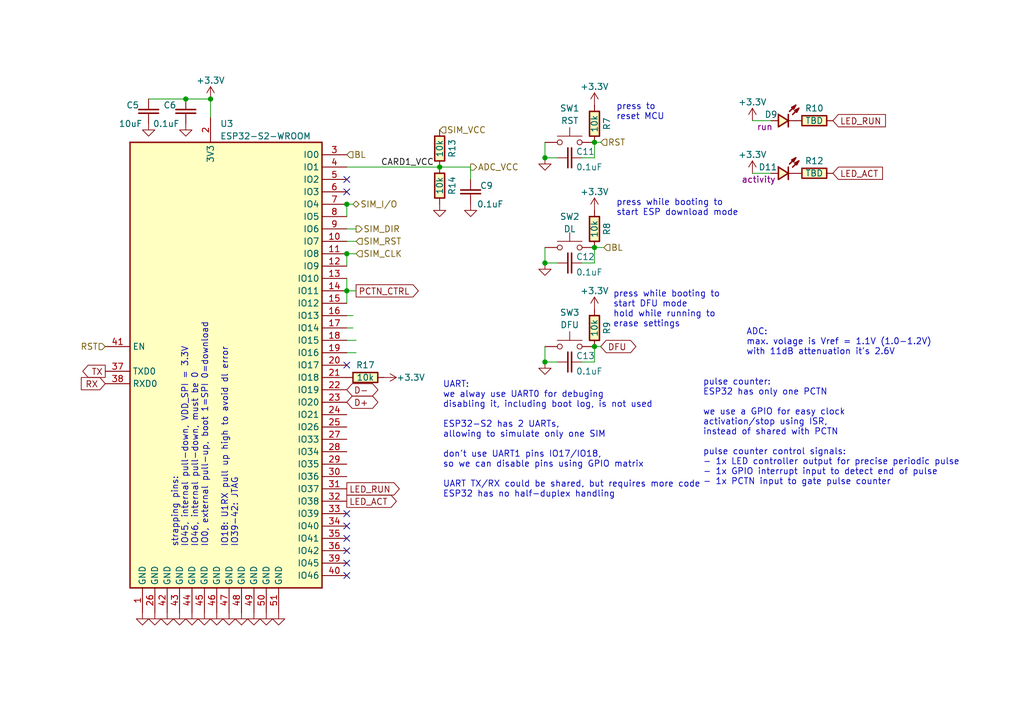
<source format=kicad_sch>
(kicad_sch (version 20230121) (generator eeschema)
  (paper "A5")
  (title_block (title "rSIM") (date "$date$") (rev "$version$.$revision$") (company "CuVoodoo") (comment 1 "King Kévin") (comment 2 "CERN-OHL-S") (comment 3 "ESP32-S2"))
  (lib_symbols
    (symbol "Switch:SW_Push" (pin_numbers hide) (pin_names (offset 1.016) hide)
      (property "Reference" "SW" (at 1.27 2.54 0))
      (property "Value" "SW_Push" (at 0 -1.524 0))
      (symbol "SW_Push_0_1"
        (circle (center -2.032 0) (radius 0.508))
        (polyline (pts (xy 0 1.27) (xy 0 3.048)))
        (polyline (pts (xy 2.54 1.27) (xy -2.54 1.27)))
        (circle (center 2.032 0) (radius 0.508))
        (pin passive line (at -5.08 0 0) (length 2.54) (name "1") (number "1"))
        (pin passive line (at 5.08 0 180) (length 2.54) (name "2") (number "2"))
      )
    )
    (symbol "partdb:LED/LED0805" (pin_numbers hide) (pin_names hide)
      (property "Reference" "D" (at 0 2.032 0))
      (property "Value" "LED0805" (at 0 -2.032 0))
      (symbol "LED/LED0805_1_1"
        (polyline (pts (xy 1.016 1.27) (xy 1.016 -1.27)) (stroke (width 0.305)))
        (polyline (pts (xy 1.27 1.905) (xy 2.54 3.175)) (stroke (width 0.305)))
        (polyline (pts (xy 1.905 1.27) (xy 3.175 2.54)) (stroke (width 0.305)))
        (polyline (pts (xy -1.016 1.27) (xy 1.016 0) (xy -1.016 -1.27) (xy -1.016 1.27)) (stroke (width 0.305)) (fill (type background)))
        (polyline (pts (xy 1.725 2.72) (xy 2.54 3.175) (xy 2.085 2.36) (xy 1.725 2.72)) (stroke (width 0.305)) (fill (type outline)))
        (polyline (pts (xy 2.36 2.085) (xy 3.175 2.54) (xy 2.72 1.725) (xy 2.36 2.085)) (stroke (width 0.305)) (fill (type outline)))
        (pin passive line (at 2.54 0 180) (length 1.524) (name "C") (number "1"))
        (pin passive line (at -2.54 0 0) (length 1.524) (name "A") (number "2"))
      )
    )
    (symbol "partdb:MCU/ESP32-S2-WROOM"
      (property "Reference" "U" (at 0 0.762 0))
      (property "Value" "ESP32-S2-WROOM" (at 31.242 -92.202 0))
      (symbol "MCU/ESP32-S2-WROOM_1_1"
        (rectangle (start 0 0) (end 39.37 -91.44) (stroke (width 0.305)) (fill (type background)))
        (pin power_in line (at 2.54 -96.52 90) (length 5.08) (name "GND") (number "1"))
        (pin bidirectional line (at 44.45 -20.32 180) (length 5.08) (name "IO7") (number "10"))
        (pin bidirectional line (at 44.45 -22.86 180) (length 5.08) (name "IO8") (number "11"))
        (pin bidirectional line (at 44.45 -25.4 180) (length 5.08) (name "IO9") (number "12"))
        (pin bidirectional line (at 44.45 -27.94 180) (length 5.08) (name "IO10") (number "13"))
        (pin bidirectional line (at 44.45 -30.48 180) (length 5.08) (name "IO11") (number "14"))
        (pin bidirectional line (at 44.45 -33.02 180) (length 5.08) (name "IO12") (number "15"))
        (pin bidirectional line (at 44.45 -35.56 180) (length 5.08) (name "IO13") (number "16"))
        (pin bidirectional line (at 44.45 -38.1 180) (length 5.08) (name "IO14") (number "17"))
        (pin bidirectional line (at 44.45 -40.64 180) (length 5.08) (name "IO15") (number "18"))
        (pin bidirectional line (at 44.45 -43.18 180) (length 5.08) (name "IO16") (number "19"))
        (pin power_in line (at 16.51 5.08 270) (length 5.08) (name "3V3") (number "2"))
        (pin bidirectional line (at 44.45 -45.72 180) (length 5.08) (name "IO17") (number "20"))
        (pin bidirectional line (at 44.45 -48.26 180) (length 5.08) (name "IO18") (number "21"))
        (pin bidirectional line (at 44.45 -50.8 180) (length 5.08) (name "IO19") (number "22"))
        (pin bidirectional line (at 44.45 -53.34 180) (length 5.08) (name "IO20") (number "23"))
        (pin bidirectional line (at 44.45 -55.88 180) (length 5.08) (name "IO21") (number "24"))
        (pin bidirectional line (at 44.45 -58.42 180) (length 5.08) (name "IO26") (number "25"))
        (pin power_in line (at 5.08 -96.52 90) (length 5.08) (name "GND") (number "26"))
        (pin bidirectional line (at 44.45 -60.96 180) (length 5.08) (name "IO33") (number "27"))
        (pin bidirectional line (at 44.45 -63.5 180) (length 5.08) (name "IO34") (number "28"))
        (pin bidirectional line (at 44.45 -66.04 180) (length 5.08) (name "IO35") (number "29"))
        (pin bidirectional line (at 44.45 -2.54 180) (length 5.08) (name "IO0") (number "3"))
        (pin bidirectional line (at 44.45 -68.58 180) (length 5.08) (name "IO36") (number "30"))
        (pin bidirectional line (at 44.45 -71.12 180) (length 5.08) (name "IO37") (number "31"))
        (pin bidirectional line (at 44.45 -73.66 180) (length 5.08) (name "IO38") (number "32"))
        (pin bidirectional line (at 44.45 -76.2 180) (length 5.08) (name "IO39") (number "33"))
        (pin bidirectional line (at 44.45 -78.74 180) (length 5.08) (name "IO40") (number "34"))
        (pin bidirectional line (at 44.45 -81.28 180) (length 5.08) (name "IO41") (number "35"))
        (pin bidirectional line (at 44.45 -83.82 180) (length 5.08) (name "IO42") (number "36"))
        (pin bidirectional line (at -5.08 -46.99 0) (length 5.08) (name "TXD0") (number "37"))
        (pin bidirectional line (at -5.08 -49.53 0) (length 5.08) (name "RXD0") (number "38"))
        (pin bidirectional line (at 44.45 -86.36 180) (length 5.08) (name "IO45") (number "39"))
        (pin bidirectional line (at 44.45 -5.08 180) (length 5.08) (name "IO1") (number "4"))
        (pin input line (at 44.45 -88.9 180) (length 5.08) (name "IO46") (number "40"))
        (pin input line (at -5.08 -41.91 0) (length 5.08) (name "EN") (number "41"))
        (pin power_in line (at 7.62 -96.52 90) (length 5.08) (name "GND") (number "42"))
        (pin power_in line (at 10.16 -96.52 90) (length 5.08) (name "GND") (number "43"))
        (pin power_in line (at 12.7 -96.52 90) (length 5.08) (name "GND") (number "44"))
        (pin power_in line (at 15.24 -96.52 90) (length 5.08) (name "GND") (number "45"))
        (pin power_in line (at 17.78 -96.52 90) (length 5.08) (name "GND") (number "46"))
        (pin power_in line (at 20.32 -96.52 90) (length 5.08) (name "GND") (number "47"))
        (pin power_in line (at 22.86 -96.52 90) (length 5.08) (name "GND") (number "48"))
        (pin power_in line (at 25.4 -96.52 90) (length 5.08) (name "GND") (number "49"))
        (pin bidirectional line (at 44.45 -7.62 180) (length 5.08) (name "IO2") (number "5"))
        (pin power_in line (at 27.94 -96.52 90) (length 5.08) (name "GND") (number "50"))
        (pin power_in line (at 30.48 -96.52 90) (length 5.08) (name "GND") (number "51"))
        (pin bidirectional line (at 44.45 -10.16 180) (length 5.08) (name "IO3") (number "6"))
        (pin bidirectional line (at 44.45 -12.7 180) (length 5.08) (name "IO4") (number "7"))
        (pin bidirectional line (at 44.45 -15.24 180) (length 5.08) (name "IO5") (number "8"))
        (pin bidirectional line (at 44.45 -17.78 180) (length 5.08) (name "IO6") (number "9"))
      )
    )
    (symbol "partdb:capacitor/C0603 0.1uF 16V" (pin_numbers hide) (pin_names hide)
      (property "Reference" "C" (at 0 2.794 0))
      (property "Value" "C0603" (at 0 -2.794 0))
      (symbol "capacitor/C0603 0.1uF 16V_1_1"
        (polyline (pts (xy -0.381 2.032) (xy -0.381 -2.032)) (stroke (width 0.305)))
        (polyline (pts (xy 0.381 2.032) (xy 0.381 -2.032)) (stroke (width 0.305)))
        (pin passive line (at -2.54 0 0) (length 2.159) (name "L") (number "1"))
        (pin passive line (at 2.54 0 180) (length 2.159) (name "R") (number "2"))
      )
    )
    (symbol "partdb:capacitor/C0603 10uF" (pin_numbers hide) (pin_names hide)
      (property "Reference" "C" (at 0 2.794 0))
      (property "Value" "C0603" (at 0 -2.794 0))
      (symbol "capacitor/C0603 10uF_1_1"
        (polyline (pts (xy -0.381 2.032) (xy -0.381 -2.032)) (stroke (width 0.305)))
        (polyline (pts (xy 0.381 2.032) (xy 0.381 -2.032)) (stroke (width 0.305)))
        (pin passive line (at -2.54 0 0) (length 2.159) (name "L") (number "1"))
        (pin passive line (at 2.54 0 180) (length 2.159) (name "R") (number "2"))
      )
    )
    (symbol "partdb:resistor/R0603 10K" (pin_numbers hide) (pin_names hide)
      (property "Reference" "R" (at 0 1.778 0))
      (property "Value" "R0603" (at 0 -1.778 0))
      (symbol "resistor/R0603 10K_1_1"
        (rectangle (start -2.54 1.016) (end 2.54 -1.016) (stroke (width 0.305)) (fill (type background)))
        (pin passive line (at -3.81 0 0) (length 1.27) (name "L") (number "1"))
        (pin passive line (at 3.81 0 180) (length 1.27) (name "R") (number "2"))
      )
    )
    (symbol "partdb:resistor/R0603 1K" (pin_numbers hide) (pin_names hide)
      (property "Reference" "R" (at 0 1.778 0))
      (property "Value" "R0603" (at 0 -1.778 0))
      (symbol "resistor/R0603 1K_1_1"
        (rectangle (start -2.54 1.016) (end 2.54 -1.016) (stroke (width 0.305)) (fill (type background)))
        (pin passive line (at -3.81 0 0) (length 1.27) (name "L") (number "1"))
        (pin passive line (at 3.81 0 180) (length 1.27) (name "R") (number "2"))
      )
    )
    (symbol "power:+3.3V" (power) (pin_names (offset 0))
      (property "Value" "+3.3V" (at 0 3.556 0))
      (symbol "+3.3V_0_1"
        (polyline (pts (xy -0.762 1.27) (xy 0 2.54)))
        (polyline (pts (xy 0 0) (xy 0 2.54)))
        (polyline (pts (xy 0 2.54) (xy 0.762 1.27)))
      )
      (symbol "+3.3V_1_1"
        (pin power_in line (at 0 0 90) (length 0) hide (name "+3.3V") (number "1"))
      )
    )
    (symbol "power:GND" (power) (pin_names (offset 0))
      (property "Value" "GND" (at 0 -3.81 0))
      (symbol "GND_0_1"
        (polyline (pts (xy 0 0) (xy 0 -1.27) (xy 1.27 -1.27) (xy 0 -2.54) (xy -1.27 -1.27) (xy 0 -1.27)))
      )
      (symbol "GND_1_1"
        (pin power_in line (at 0 0 270) (length 0) hide (name "GND") (number "1"))
      )
    )
  )
  (junction (at 121.92 50.8))
  (junction (at 71.12 41.91))
  (junction (at 43.18 20.32))
  (junction (at 111.76 53.975))
  (junction (at 121.92 29.21))
  (junction (at 71.12 59.69))
  (junction (at 38.1 20.32))
  (junction (at 111.76 74.295))
  (junction (at 111.76 32.385))
  (junction (at 90.17 34.29))
  (junction (at 71.12 52.07))
  (junction (at 121.92 71.12))
  (no_connect (at 71.12 105.41))
  (no_connect (at 71.12 107.95))
  (no_connect (at 71.12 115.57))
  (no_connect (at 71.12 36.83))
  (no_connect (at 71.12 74.93))
  (no_connect (at 71.12 113.03))
  (no_connect (at 71.12 118.11))
  (no_connect (at 71.12 39.37))
  (no_connect (at 71.12 110.49))
  (wire (pts (xy 121.92 71.12) (xy 121.92 74.295)))
  (wire (pts (xy 71.12 59.69) (xy 73.025 59.69)))
  (wire (pts (xy 72.39 67.31) (xy 71.12 67.31)))
  (wire (pts (xy 121.92 71.12) (xy 123.19 71.12)))
  (wire (pts (xy 43.18 20.32) (xy 38.1 20.32)))
  (wire (pts (xy 73.025 52.07) (xy 71.12 52.07)))
  (wire (pts (xy 123.825 50.8) (xy 121.92 50.8)))
  (wire (pts (xy 43.18 24.13) (xy 43.18 20.32)))
  (wire (pts (xy 121.92 74.295) (xy 119.38 74.295)))
  (wire (pts (xy 96.52 36.83) (xy 96.52 34.29)))
  (wire (pts (xy 71.12 41.91) (xy 71.12 44.45)))
  (wire (pts (xy 111.76 53.975) (xy 111.76 50.8)))
  (wire (pts (xy 71.12 52.07) (xy 71.12 54.61)))
  (wire (pts (xy 111.76 53.975) (xy 114.3 53.975)))
  (wire (pts (xy 111.76 74.295) (xy 111.76 71.12)))
  (wire (pts (xy 96.52 34.29) (xy 90.17 34.29)))
  (wire (pts (xy 121.92 50.8) (xy 121.92 53.975)))
  (wire (pts (xy 121.92 53.975) (xy 119.38 53.975)))
  (wire (pts (xy 73.025 46.99) (xy 71.12 46.99)))
  (wire (pts (xy 72.39 41.91) (xy 71.12 41.91)))
  (wire (pts (xy 121.92 29.21) (xy 121.92 32.385)))
  (wire (pts (xy 121.92 32.385) (xy 119.38 32.385)))
  (wire (pts (xy 154.305 35.56) (xy 158.115 35.56)))
  (wire (pts (xy 71.12 34.29) (xy 90.17 34.29)))
  (wire (pts (xy 154.305 24.765) (xy 158.115 24.765)))
  (wire (pts (xy 73.025 69.85) (xy 71.12 69.85)))
  (wire (pts (xy 71.12 59.69) (xy 71.12 62.23)))
  (wire (pts (xy 72.39 64.77) (xy 71.12 64.77)))
  (wire (pts (xy 111.76 32.385) (xy 114.3 32.385)))
  (wire (pts (xy 111.76 74.295) (xy 114.3 74.295)))
  (wire (pts (xy 30.48 20.32) (xy 38.1 20.32)))
  (wire (pts (xy 71.12 57.15) (xy 71.12 59.69)))
  (wire (pts (xy 73.025 49.53) (xy 71.12 49.53)))
  (wire (pts (xy 123.19 29.21) (xy 121.92 29.21)))
  (wire (pts (xy 73.025 72.39) (xy 71.12 72.39)))
  (wire (pts (xy 111.76 32.385) (xy 111.76 29.21)))
  (text "UART:\nwe alway use UART0 for debuging\ndisabling it, including boot log, is not used\n\nESP32-S2 has 2 UARTs,\nallowing to simulate only one SIM\n\ndon't use UART1 pins IO17/IO18,\nso we can disable pins using GPIO matrix\n\nUART TX/RX could be shared, but requires more code\nESP32 has no half-duplex handling" (at 90.805 102.235 0) (effects (font (size 1.27 1.27)) (justify left bottom)))
  (text "strapping pins:\nIO45, internal pull-down, VDD_SPI = 3.3V\nIO46, internal pull-down, must be 0\nIO0, external pull-up, boot 1=SPI 0=download\n\nIO18: U1RX pull up high to avoid dl error\nIO39-42: JTAG" (at 48.895 112.395 90) (effects (font (size 1.27 1.27)) (justify left bottom)))
  (text "press while booting to\nstart ESP download mode" (at 126.365 44.45 0) (effects (font (size 1.27 1.27)) (justify left bottom)))
  (text "pulse counter:\nESP32 has only one PCTN\n\nwe use a GPIO for easy clock\nactivation/stop using ISR,\ninstead of shared with PCTN\n\npulse counter control signals:\n- 1x LED controller output for precise periodic pulse\n- 1x GPIO interrupt input to detect end of pulse\n- 1x PCTN input to gate pulse counter" (at 144.145 99.695 0) (effects (font (size 1.27 1.27)) (justify left bottom)))
  (text "press to\nreset MCU" (at 126.365 24.765 0) (effects (font (size 1.27 1.27)) (justify left bottom)))
  (text "press while booting to\nstart DFU mode\nhold while running to\nerase settings" (at 125.73 67.31 0) (effects (font (size 1.27 1.27)) (justify left bottom)))
  (text "ADC:\nmax. volage is Vref = 1.1V (1.0-1.2V)\nwith 11dB attenuation it's 2.6V" (at 153.035 73.025 0) (effects (font (size 1.27 1.27)) (justify left bottom)))
  (label "CARD1_VCC" (at 78.105 34.29 0))
  (global_label "LED_ACT" (shape input) (at 170.815 35.56 0) (property "Intersheetrefs" "${INTERSHEET_REFS}" (effects hide)))
  (global_label "RX" (shape input) (at 21.59 78.74 180) (property "Intersheetrefs" "${INTERSHEET_REFS}" (effects hide)))
  (global_label "LED_ACT" (shape output) (at 71.12 102.87 0) (property "Intersheetrefs" "${INTERSHEET_REFS}" (effects hide)))
  (global_label "D-" (shape bidirectional) (at 71.12 80.01 0) (property "Intersheetrefs" "${INTERSHEET_REFS}" (effects hide)))
  (global_label "D+" (shape bidirectional) (at 71.12 82.55 0) (property "Intersheetrefs" "${INTERSHEET_REFS}" (effects hide)))
  (global_label "LED_RUN" (shape input) (at 170.815 24.765 0) (property "Intersheetrefs" "${INTERSHEET_REFS}" (effects hide)))
  (global_label "PCTN_CTRL" (shape output) (at 73.025 59.69 0) (property "Intersheetrefs" "${INTERSHEET_REFS}" (effects hide)))
  (global_label "LED_RUN" (shape output) (at 71.12 100.33 0) (property "Intersheetrefs" "${INTERSHEET_REFS}" (effects hide)))
  (global_label "TX" (shape output) (at 21.59 76.2 180) (property "Intersheetrefs" "${INTERSHEET_REFS}" (effects hide)))
  (global_label "DFU" (shape bidirectional) (at 123.19 71.12 0) (property "Intersheetrefs" "${INTERSHEET_REFS}" (effects hide)))
  (hierarchical_label "RST" (shape input) (at 123.19 29.21 0))
  (hierarchical_label "BL" (shape input) (at 71.12 31.75 0))
  (hierarchical_label "SIM_CLK" (shape input) (at 73.025 52.07 0))
  (hierarchical_label "ADC_VCC" (shape output) (at 96.52 34.29 0))
  (hierarchical_label "SIM_RST" (shape input) (at 73.025 49.53 0))
  (hierarchical_label "SIM_DIR" (shape output) (at 73.025 46.99 0))
  (hierarchical_label "BL" (shape input) (at 123.825 50.8 0))
  (hierarchical_label "SIM_VCC" (shape input) (at 90.17 26.67 0))
  (hierarchical_label "RST" (shape input) (at 21.59 71.12 180))
  (hierarchical_label "SIM_I{slash}O" (shape bidirectional) (at 72.39 41.91 0))
  (symbol (lib_id "power:GND") (at 111.76 32.385 0) (mirror y) (unit 1)
    (property "Reference" "#PWR040" (effects hide))
    (property "Value" "GND" (effects hide))
  )
  (symbol (lib_id "power:GND") (at 46.99 125.73 0) (mirror y) (unit 1)
    (property "Reference" "#PWR051" (effects hide))
    (property "Value" "GND" (effects hide))
  )
  (symbol (lib_id "power:+3.3V") (at 121.92 43.18 0) (unit 1)
    (property "Reference" "#PWR042" (effects hide))
    (property "Value" "+3.3V" (at 121.92 39.37 0))
  )
  (symbol (lib_id "partdb:resistor/R0603 1K") (at 167.005 24.765 0) (unit 1)
    (property "Reference" "R10" (at 167.005 22.225 0))
    (property "Value" "TBD" (at 167.005 24.765 0))
    (property "Footprint" "qeda:UC1608X55N" (effects hide))
    (property "Datasheet" "resistor, chip, 1.6x0.8 mm" (effects hide))
    (property "qeda_part" "resistor/r0603" (effects hide))
    (property "JLCPCB_CORRECTION" "0;0;-90" (effects hide))
    (property "name" "resistor, chip, 1.6x0.8 mm" (effects hide))
  )
  (symbol (lib_id "power:+3.3V") (at 154.305 35.56 0) (unit 1)
    (property "Reference" "#PWR089" (effects hide))
    (property "Value" "+3.3V" (at 154.305 31.75 0))
  )
  (symbol (lib_id "partdb:LED/LED0805") (at 160.655 24.765 0) (unit 1)
    (property "Reference" "D9" (at 158.115 23.495 0))
    (property "Value" "RED" (effects hide))
    (property "Footprint" "qeda:UPC2012X80N" (effects hide))
    (property "Datasheet" "diode, LED, chip, 2.0x1.2 mm" (effects hide))
    (property "qeda_part" "diode/led0805" (effects hide))
    (property "JLCPCB_CORRECTION" "0;0;-90" (effects hide))
    (property "name" "run" (at 156.845 26.035 0))
  )
  (symbol (lib_id "power:GND") (at 31.75 125.73 0) (mirror y) (unit 1)
    (property "Reference" "#PWR045" (effects hide))
    (property "Value" "GND" (effects hide))
  )
  (symbol (lib_id "power:+3.3V") (at 121.92 63.5 0) (unit 1)
    (property "Reference" "#PWR043" (effects hide))
    (property "Value" "+3.3V" (at 121.92 59.69 0))
  )
  (symbol (lib_id "partdb:resistor/R0603 10K") (at 121.92 67.31 270) (unit 1)
    (property "Reference" "R9" (at 124.46 67.31 0))
    (property "Value" "10k" (at 121.92 67.31 0))
    (property "Footprint" "qeda:UC1608X55N" (effects hide))
    (property "Datasheet" "resistor, chip, 1.6x0.8 mm" (effects hide))
    (property "qeda_part" "resistor/r0603" (effects hide))
    (property "JLCPCB_CORRECTION" "0;0;-90" (effects hide))
    (property "name" "resistor, chip, 1.6x0.8 mm" (effects hide))
  )
  (symbol (lib_id "power:GND") (at 34.29 125.73 0) (mirror y) (unit 1)
    (property "Reference" "#PWR046" (effects hide))
    (property "Value" "GND" (effects hide))
  )
  (symbol (lib_id "partdb:resistor/R0603 10K") (at 121.92 25.4 270) (unit 1)
    (property "Reference" "R7" (at 124.46 25.4 0))
    (property "Value" "10k" (at 121.92 25.4 0))
    (property "Footprint" "qeda:UC1608X55N" (effects hide))
    (property "Datasheet" "resistor, chip, 1.6x0.8 mm" (effects hide))
    (property "qeda_part" "resistor/r0603" (effects hide))
    (property "JLCPCB_CORRECTION" "0;0;-90" (effects hide))
    (property "name" "resistor, chip, 1.6x0.8 mm" (effects hide))
  )
  (symbol (lib_id "power:GND") (at 36.83 125.73 0) (mirror y) (unit 1)
    (property "Reference" "#PWR047" (effects hide))
    (property "Value" "GND" (effects hide))
  )
  (symbol (lib_id "partdb:capacitor/C0603 0.1uF 16V") (at 38.1 22.86 90) (unit 1)
    (property "Reference" "C6" (at 36.195 21.59 90) (effects (justify left)))
    (property "Value" "0.1uF" (at 36.83 25.4 90) (effects (justify left)))
    (property "Footprint" "qeda:CAPC1608X92N" (effects hide))
    (property "Datasheet" "Chip capacitor 1.6x0.8 mm" (effects hide))
    (property "qeda_part" "capacitor/c0603" (effects hide))
    (property "JLCPCB_CORRECTION" "0;0;-90" (effects hide))
  )
  (symbol (lib_id "partdb:MCU/ESP32-S2-WROOM") (at 26.67 29.21 0) (unit 1)
    (property "Reference" "U3" (at 45.1359 25.4 0) (effects (justify left)))
    (property "Value" "ESP32-S2-WROOM" (at 45.1359 27.94 0) (effects (justify left)))
    (property "Footprint" "qeda:MCU_ESP32-S2-WROOM" (effects hide))
    (property "Datasheet" "https://www.espressif.com/sites/default/files/documentation/esp32-s2-wroom_esp32-s2-wroom-i_datasheet_en.pdf" (effects hide))
    (property "qeda_part" "mcu/espressif_esp32-s2-wroom" (effects hide))
  )
  (symbol (lib_id "partdb:resistor/R0603 10K") (at 74.93 77.47 0) (unit 1)
    (property "Reference" "R17" (at 74.93 74.93 0))
    (property "Value" "10k" (at 74.93 77.47 0))
    (property "Footprint" "qeda:UC1608X55N" (effects hide))
    (property "Datasheet" "resistor, chip, 1.6x0.8 mm" (effects hide))
    (property "qeda_part" "resistor/r0603" (effects hide))
    (property "JLCPCB_CORRECTION" "0;0;-90" (effects hide))
    (property "name" "resistor, chip, 1.6x0.8 mm" (effects hide))
  )
  (symbol (lib_id "power:GND") (at 96.52 41.91 0) (unit 1)
    (property "Reference" "#PWR090" (effects hide))
    (property "Value" "GND" (effects hide))
  )
  (symbol (lib_id "power:GND") (at 49.53 125.73 0) (mirror y) (unit 1)
    (property "Reference" "#PWR052" (effects hide))
    (property "Value" "GND" (effects hide))
  )
  (symbol (lib_id "Switch:SW_Push") (at 116.84 29.21 0) (unit 1)
    (property "Reference" "SW1" (at 116.84 22.225 0))
    (property "Value" "RST" (at 116.84 24.765 0))
    (property "Footprint" "qeda:MECHANICAL_1TS002E" (effects hide))
  )
  (symbol (lib_id "partdb:capacitor/C0603 10uF") (at 30.48 22.86 90) (unit 1)
    (property "Reference" "C5" (at 28.575 21.59 90) (effects (justify left)))
    (property "Value" "10uF" (at 29.21 25.4 90) (effects (justify left)))
    (property "Footprint" "qeda:CAPC1608X92N" (effects hide))
    (property "Datasheet" "Chip capacitor 1.6x0.8 mm" (effects hide))
    (property "qeda_part" "capacitor/c0603" (effects hide))
    (property "JLCPCB_CORRECTION" "0;0;-90" (effects hide))
  )
  (symbol (lib_id "partdb:resistor/R0603 10K") (at 121.92 46.99 270) (unit 1)
    (property "Reference" "R8" (at 124.46 46.99 0))
    (property "Value" "10k" (at 121.92 46.99 0))
    (property "Footprint" "qeda:UC1608X55N" (effects hide))
    (property "Datasheet" "resistor, chip, 1.6x0.8 mm" (effects hide))
    (property "qeda_part" "resistor/r0603" (effects hide))
    (property "JLCPCB_CORRECTION" "0;0;-90" (effects hide))
    (property "name" "resistor, chip, 1.6x0.8 mm" (effects hide))
  )
  (symbol (lib_id "partdb:resistor/R0603 10K") (at 90.17 38.1 270) (unit 1)
    (property "Reference" "R14" (at 92.71 38.1 0))
    (property "Value" "10k" (at 90.17 38.1 0))
    (property "Footprint" "qeda:UC1608X55N" (effects hide))
    (property "Datasheet" "resistor, chip, 1.6x0.8 mm" (effects hide))
    (property "qeda_part" "resistor/r0603" (effects hide))
    (property "JLCPCB_CORRECTION" "0;0;-90" (effects hide))
    (property "name" "resistor, chip, 1.6x0.8 mm" (effects hide))
  )
  (symbol (lib_id "partdb:resistor/R0603 1K") (at 167.005 35.56 0) (unit 1)
    (property "Reference" "R12" (at 167.005 33.02 0))
    (property "Value" "TBD" (at 167.005 35.56 0))
    (property "Footprint" "qeda:UC1608X55N" (effects hide))
    (property "Datasheet" "resistor, chip, 1.6x0.8 mm" (effects hide))
    (property "qeda_part" "resistor/r0603" (effects hide))
    (property "JLCPCB_CORRECTION" "0;0;-90" (effects hide))
    (property "name" "resistor, chip, 1.6x0.8 mm" (effects hide))
  )
  (symbol (lib_id "partdb:capacitor/C0603 0.1uF 16V") (at 96.52 39.37 270) (mirror x) (unit 1)
    (property "Reference" "C9" (at 98.425 38.1 90) (effects (justify left)))
    (property "Value" "0.1uF" (at 97.79 41.91 90) (effects (justify left)))
    (property "Footprint" "qeda:CAPC1608X92N" (effects hide))
    (property "Datasheet" "Chip capacitor 1.6x0.8 mm" (effects hide))
    (property "qeda_part" "capacitor/c0603" (effects hide))
    (property "JLCPCB_CORRECTION" "0;0;-90" (effects hide))
  )
  (symbol (lib_id "partdb:capacitor/C0603 0.1uF 16V") (at 116.84 74.295 0) (unit 1)
    (property "Reference" "C13" (at 118.11 73.025 0) (effects (justify left)))
    (property "Value" "0.1uF" (at 118.11 76.2 0) (effects (justify left)))
    (property "Footprint" "qeda:CAPC1608X92N" (effects hide))
    (property "Datasheet" "Chip capacitor 1.6x0.8 mm" (effects hide))
    (property "qeda_part" "capacitor/c0603" (effects hide))
    (property "JLCPCB_CORRECTION" "0;0;-90" (effects hide))
  )
  (symbol (lib_id "Switch:SW_Push") (at 116.84 50.8 0) (unit 1)
    (property "Reference" "SW2" (at 116.84 44.45 0))
    (property "Value" "DL" (at 116.84 46.99 0))
    (property "Footprint" "qeda:MECHANICAL_1TS002E" (effects hide))
  )
  (symbol (lib_id "power:+3.3V") (at 78.74 77.47 270) (unit 1)
    (property "Reference" "#PWR094" (effects hide))
    (property "Value" "+3.3V" (at 81.28 77.47 90) (effects (justify left)))
  )
  (symbol (lib_id "partdb:capacitor/C0603 0.1uF 16V") (at 116.84 53.975 0) (unit 1)
    (property "Reference" "C12" (at 118.11 52.705 0) (effects (justify left)))
    (property "Value" "0.1uF" (at 118.11 55.88 0) (effects (justify left)))
    (property "Footprint" "qeda:CAPC1608X92N" (effects hide))
    (property "Datasheet" "Chip capacitor 1.6x0.8 mm" (effects hide))
    (property "qeda_part" "capacitor/c0603" (effects hide))
    (property "JLCPCB_CORRECTION" "0;0;-90" (effects hide))
  )
  (symbol (lib_id "partdb:LED/LED0805") (at 160.655 35.56 0) (unit 1)
    (property "Reference" "D11" (at 157.48 34.29 0))
    (property "Value" "RED" (effects hide))
    (property "Footprint" "qeda:UPC2012X80N" (effects hide))
    (property "Datasheet" "diode, LED, chip, 2.0x1.2 mm" (effects hide))
    (property "qeda_part" "diode/led0805" (effects hide))
    (property "JLCPCB_CORRECTION" "0;0;-90" (effects hide))
    (property "name" "activity" (at 155.575 36.83 0))
  )
  (symbol (lib_id "power:+3.3V") (at 154.305 24.765 0) (unit 1)
    (property "Reference" "#PWR086" (effects hide))
    (property "Value" "+3.3V" (at 154.305 20.955 0))
  )
  (symbol (lib_id "power:GND") (at 90.17 41.91 0) (unit 1)
    (property "Reference" "#PWR091" (effects hide))
    (property "Value" "GND" (effects hide))
  )
  (symbol (lib_id "Switch:SW_Push") (at 116.84 71.12 0) (unit 1)
    (property "Reference" "SW3" (at 116.84 64.135 0))
    (property "Value" "DFU" (at 116.84 66.675 0))
    (property "Footprint" "qeda:MECHANICAL_1TS002E" (effects hide))
  )
  (symbol (lib_id "power:GND") (at 44.45 125.73 0) (mirror y) (unit 1)
    (property "Reference" "#PWR050" (effects hide))
    (property "Value" "GND" (effects hide))
  )
  (symbol (lib_id "power:GND") (at 111.76 53.975 0) (mirror y) (unit 1)
    (property "Reference" "#PWR039" (effects hide))
    (property "Value" "GND" (effects hide))
  )
  (symbol (lib_id "power:GND") (at 52.07 125.73 0) (mirror y) (unit 1)
    (property "Reference" "#PWR053" (effects hide))
    (property "Value" "GND" (effects hide))
  )
  (symbol (lib_id "power:GND") (at 29.21 125.73 0) (mirror y) (unit 1)
    (property "Reference" "#PWR044" (effects hide))
    (property "Value" "GND" (effects hide))
  )
  (symbol (lib_id "power:GND") (at 54.61 125.73 0) (mirror y) (unit 1)
    (property "Reference" "#PWR054" (effects hide))
    (property "Value" "GND" (effects hide))
  )
  (symbol (lib_id "power:GND") (at 38.1 25.4 0) (unit 1)
    (property "Reference" "#PWR03" (effects hide))
    (property "Value" "GND" (effects hide))
  )
  (symbol (lib_id "power:+3.3V") (at 43.18 20.32 0) (unit 1)
    (property "Reference" "#PWR059" (effects hide))
    (property "Value" "+3.3V" (at 43.18 16.51 0))
  )
  (symbol (lib_id "partdb:capacitor/C0603 0.1uF 16V") (at 116.84 32.385 0) (unit 1)
    (property "Reference" "C11" (at 118.11 31.115 0) (effects (justify left)))
    (property "Value" "0.1uF" (at 118.11 34.29 0) (effects (justify left)))
    (property "Footprint" "qeda:CAPC1608X92N" (effects hide))
    (property "Datasheet" "Chip capacitor 1.6x0.8 mm" (effects hide))
    (property "qeda_part" "capacitor/c0603" (effects hide))
    (property "JLCPCB_CORRECTION" "0;0;-90" (effects hide))
  )
  (symbol (lib_id "power:GND") (at 41.91 125.73 0) (mirror y) (unit 1)
    (property "Reference" "#PWR049" (effects hide))
    (property "Value" "GND" (effects hide))
  )
  (symbol (lib_id "power:GND") (at 30.48 25.4 0) (unit 1)
    (property "Reference" "#PWR017" (effects hide))
    (property "Value" "GND" (effects hide))
  )
  (symbol (lib_id "power:GND") (at 39.37 125.73 0) (mirror y) (unit 1)
    (property "Reference" "#PWR048" (effects hide))
    (property "Value" "GND" (effects hide))
  )
  (symbol (lib_id "power:GND") (at 111.76 74.295 0) (mirror y) (unit 1)
    (property "Reference" "#PWR038" (effects hide))
    (property "Value" "GND" (effects hide))
  )
  (symbol (lib_id "power:+3.3V") (at 121.92 21.59 0) (unit 1)
    (property "Reference" "#PWR041" (effects hide))
    (property "Value" "+3.3V" (at 121.92 17.78 0))
  )
  (symbol (lib_id "partdb:resistor/R0603 10K") (at 90.17 30.48 270) (unit 1)
    (property "Reference" "R13" (at 92.71 30.48 0))
    (property "Value" "10k" (at 90.17 30.48 0))
    (property "Footprint" "qeda:UC1608X55N" (effects hide))
    (property "Datasheet" "resistor, chip, 1.6x0.8 mm" (effects hide))
    (property "qeda_part" "resistor/r0603" (effects hide))
    (property "JLCPCB_CORRECTION" "0;0;-90" (effects hide))
    (property "name" "resistor, chip, 1.6x0.8 mm" (effects hide))
  )
  (symbol (lib_id "power:GND") (at 57.15 125.73 0) (mirror y) (unit 1)
    (property "Reference" "#PWR055" (effects hide))
    (property "Value" "GND" (effects hide))
  )
)
</source>
